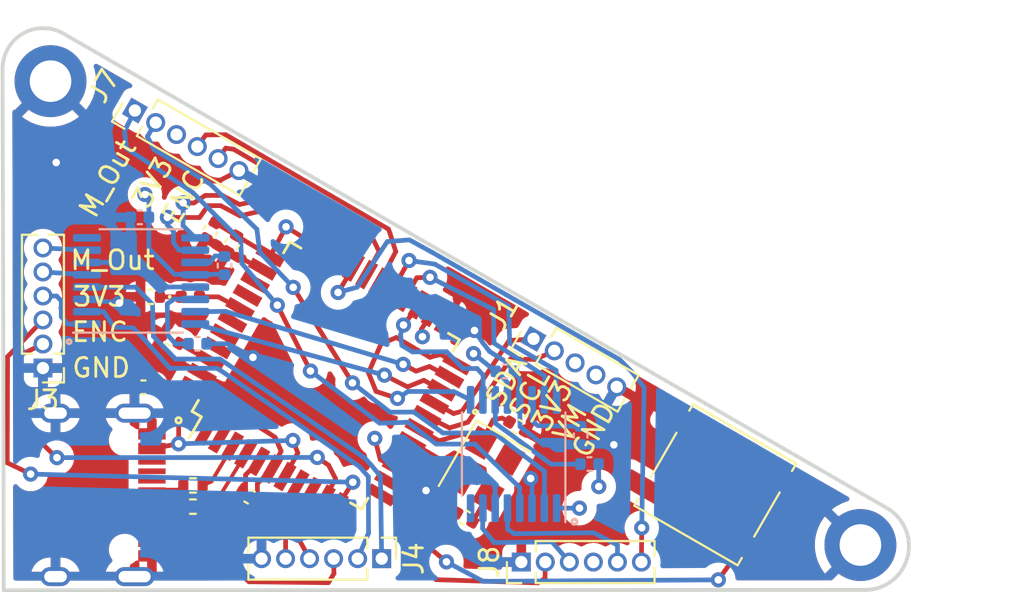
<source format=kicad_pcb>
(kicad_pcb (version 20211014) (generator pcbnew)
  (layers (0 "F.Cu" signal) (1 "In1.Cu" signal) (2 "In2.Cu" signal) (31 "B.Cu" signal) (34 "B.Paste" user) (35 "F.Paste" user) (36 "B.SilkS" user "B.Silkscreen") (37 "F.SilkS" user "F.Silkscreen") (38 "B.Mask" user) (39 "F.Mask" user) (44 "Edge.Cuts" user))
  (net 0 "")
  (net 1 "Net-(C1-Pad1)")
  (net 2 "GND")
  (net 3 "XTAL1")
  (net 4 "+3V3")
  (net 5 "XTAL2")
  (net 6 "MOTOR_SUPPLY")
  (net 7 "Net-(C7-Pad2)")
  (net 8 "Net-(C8-Pad2)")
  (net 9 "Net-(J8-Pad3)")
  (net 10 "Net-(C11-Pad2)")
  (net 11 "Net-(C14-Pad2)")
  (net 12 "SDA")
  (net 13 "SCL")
  (net 14 "/B_ENC_1")
  (net 15 "/B_ENC_2")
  (net 16 "Net-(J3-Pad5)")
  (net 17 "Net-(J3-Pad6)")
  (net 18 "Net-(J4-Pad1)")
  (net 19 "Net-(J4-Pad2)")
  (net 20 "/A_ENC_2")
  (net 21 "/A_ENC_1")
  (net 22 "Net-(J7-Pad1)")
  (net 23 "Net-(J7-Pad2)")
  (net 24 "/C_ENC_2")
  (net 25 "/C_ENC_1")
  (net 26 "/D_ENC_2")
  (net 27 "/D_ENC_1")
  (net 28 "Net-(J8-Pad5)")
  (net 29 "Net-(R1-Pad1)")
  (net 30 "D-")
  (net 31 "Net-(R2-Pad1)")
  (net 32 "D+")
  (net 35 "VBUS")
  (net 36 "RST")
  (net 37 "MOTOR_B2_IN")
  (net 38 "MOTOR_B1_IN")
  (net 39 "MOTOR_D1_IN")
  (net 40 "MOTOR_D2_IN")
  (net 41 "MOTOR_C2_IN")
  (net 42 "MOTOR_C1_IN")
  (net 43 "MOTOR_A2_IN")
  (net 44 "MOTOR_A1_IN")
  (net 58 "Net-(D1-Pad2)")
  (net 62 "Net-(D1-Pad1)")
  (footprint "Resistor_SMD:R_0402_1005Metric" (layer "F.Cu") (at 48.73 101.36)
    (fp_text reference "R2" hide)
    (fp_text value "22")
  )
  (footprint "Package_QFP:TQFP-44_10x10mm_P0.8mm" (layer "F.Cu") (at 55.75 94.43 60)
    (fp_text reference "U1" hide)
    (fp_text value "ATmega32U4-A")
  )
  (footprint "Resistor_SMD:R_0402_1005Metric" (layer "F.Cu") (at 46.47 90.27 180)
    (fp_text reference "R3" hide)
    (fp_text value "220")
  )
  (footprint "Capacitor_SMD:C_0402_1005Metric" (layer "F.Cu") (at 50.8 87.46 -120)
    (fp_text reference "C5" hide)
    (fp_text value "0.1uF")
  )
  (footprint "MountingHole:MountingHole_2.2mm_M2_DIN965_Pad" (layer "F.Cu") (at 84.01 103.39)
    (fp_text reference "H1" hide)
    (fp_text value "MountingHole_Pad" hide)
  )
  (footprint "Crystal:Crystal_SMD_3225-4Pin_3.2x2.5mm" (layer "F.Cu") (at 64.15 99.36 -120)
    (fp_text reference "Y1" hide)
    (fp_text value "Crystal_GND24")
  )
  (footprint "Connector_PinHeader_1.27mm:PinHeader_1x06_P1.27mm_Vertical" (layer "F.Cu") (at 66.085 104.29 90)
    (fp_text reference "J8")
    (fp_text value "Conn_01x06_Male" hide)
  )
  (footprint "LED_SMD:LED_0402_1005Metric" (layer "F.Cu") (at 48.59 90.27)
    (fp_text reference "D1" hide)
    (fp_text value "LED")
  )
  (footprint "Capacitor_SMD:C_0402_1005Metric" (layer "F.Cu") (at 46.11 95.05 180)
    (fp_text reference "C10" hide)
    (fp_text value "0.1uF")
  )
  (footprint "Type-C:HRO-TYPE-C-31-M-12" (layer "F.Cu") (at 38.865 100.74 -90)
    (fp_text reference "USB1" hide)
    (fp_text value "HRO-TYPE-C-31-M-12" hide)
  )
  (footprint "Capacitor_SMD:C_0402_1005Metric" (layer "F.Cu") (at 63.1 101.93 150)
    (fp_text reference "C4" hide)
    (fp_text value "12pF")
  )
  (footprint "Resistor_SMD:R_0402_1005Metric" (layer "F.Cu") (at 48.73 100.24)
    (fp_text reference "R1" hide)
    (fp_text value "22")
  )
  (footprint "Capacitor_SMD:C_0402_1005Metric" (layer "F.Cu") (at 49.66 86.77 -120)
    (fp_text reference "C6" hide)
    (fp_text value "0.1uF")
  )
  (footprint "Capacitor_SMD:C_0402_1005Metric" (layer "F.Cu") (at 47.58 92.49 150)
    (fp_text reference "C1" hide)
    (fp_text value "1uF")
  )
  (footprint "Connector_PinHeader_1.27mm:PinHeader_1x06_P1.27mm_Vertical" (layer "F.Cu") (at 40.8 94.035 180)
    (fp_text reference "J3")
    (fp_text value "Conn_01x06_Male" hide)
  )
  (footprint "Capacitor_SMD:C_0402_1005Metric" (layer "F.Cu") (at 51.72 100.83 150)
    (fp_text reference "C3" hide)
    (fp_text value "1uF")
  )
  (footprint "Connector_PinHeader_1.27mm:PinHeader_1x06_P1.27mm_Vertical" (layer "F.Cu") (at 45.660369 80.4225 60)
    (fp_text reference "J7")
    (fp_text value "Conn_01x06_Male" hide)
  )
  (footprint "Connector_PinHeader_1.27mm:PinHeader_1x05_P1.27mm_Vertical" (layer "F.Cu") (at 66.73 92.49 60)
    (fp_text reference "J1")
    (fp_text value "Conn_01x05_Female" hide)
  )
  (footprint "Capacitor_SMD:C_0402_1005Metric" (layer "F.Cu") (at 65.88 97.13 -30)
    (fp_text reference "C2" hide)
    (fp_text value "12pF")
  )
  (footprint "Connector_PinHeader_1.27mm:PinHeader_1x06_P1.27mm_Vertical" (layer "F.Cu") (at 58.705 104.11 -90)
    (fp_text reference "J4")
    (fp_text value "Conn_01x06_Male" hide)
  )
  (footprint "MountingHole:MountingHole_2.2mm_M2_DIN965_Pad" (layer "F.Cu") (at 41.2 78.87)
    (fp_text reference "H2" hide)
    (fp_text value "MountingHole_Pad" hide)
  )
  (footprint "Button_Switch_SMD:SW_SPST_EVPBF" (layer "F.Cu") (at 76.34 100.2 150)
    (fp_text reference "SW1" hide)
    (fp_text value "SW_Push" hide)
  )
  (footprint "Capacitor_SMD:C_0402_1005Metric" (layer "B.Cu") (at 65.21 94.21)
    (fp_text reference "C15" hide)
    (fp_text value "10uF")
  )
  (footprint "Capacitor_SMD:C_0402_1005Metric" (layer "B.Cu") (at 69.22 97.6 90)
    (fp_text reference "C14" hide)
    (fp_text value "2.2uF")
  )
  (footprint "Capacitor_SMD:C_0402_1005Metric" (layer "B.Cu") (at 48.97 92.75 180)
    (fp_text reference "C8" hide)
    (fp_text value "2.2uF")
  )
  (footprint "Capacitor_SMD:C_0402_1005Metric" (layer "B.Cu") (at 50.4 88.62 90)
    (fp_text reference "C7" hide)
    (fp_text value "0.1uF")
  )
  (footprint "Package_SO:TSSOP-16_4.4x5mm_P0.65mm" (layer "B.Cu") (at 45.99 89.43)
    (fp_text reference "U2" hide)
    (fp_text value "DRV8833PW")
  )
  (footprint "Package_SO:TSSOP-16_4.4x5mm_P0.65mm" (layer "B.Cu") (at 65.68 98.58 90)
    (fp_text reference "U4" hide)
    (fp_text value "DRV8833PW")
  )
  (footprint "Capacitor_SMD:C_0402_1005Metric" (layer "B.Cu") (at 45.92 86.07 180)
    (fp_text reference "C9" hide)
    (fp_text value "10uF")
  )
  (footprint "Capacitor_SMD:C_0402_1005Metric" (layer "B.Cu") (at 69.69 99.11 180)
    (fp_text reference "C11" hide)
    (fp_text value "0.1uF")
  )
  (gr_circle (center 68.89 102.16) (end 68.99 102.25) (layer "B.SilkS") (width 0.15) (fill none))
  (gr_circle (center 42.18 92.64) (end 42.25 92.72) (layer "B.SilkS") (width 0.15) (fill none))
  (gr_circle (center 47.97 96.8) (end 48.08 96.89) (layer "F.SilkS") (width 0.15) (fill none))
  (gr_circle (center 63.65 96.35) (end 63.74 96.39) (layer "F.SilkS") (width 0.15) (fill none))
  (gr_arc (start 38.67 78.11) (mid 39.797067 76.322125) (end 41.91 76.37) (layer "Edge.Cuts") (width 0.2))
  (gr_line (start 38.730501 105.78) (end 38.67 78.11) (layer "Edge.Cuts") (width 0.2))
  (gr_arc (start 85.45 101.46) (mid 86.47322 104.126709) (end 84.13 105.76) (layer "Edge.Cuts") (width 0.2))
  (gr_line (start 38.730501 105.78) (end 84.13 105.76) (layer "Edge.Cuts") (width 0.2))
  (gr_line (start 41.91 76.37) (end 85.45 101.46) (layer "Edge.Cuts") (width 0.2))
  (gr_text "VM" (at 68.67 96.93 60) (layer "F.SilkS") (effects (font (size 1 1))))
  (gr_text "M_Out\n" (at 44.22 84.01 60) (layer "F.SilkS") (effects (font (size 1 1))))
  (gr_text "M_Out\n" (at 44.48 88.33) (layer "F.SilkS") (effects (font (size 1 1))))
  (gr_text "GND" (at 43.88 94.02) (layer "F.SilkS") (effects (font (size 1 1))))
  (gr_text "3V3" (at 46.61 84.23 60) (layer "F.SilkS") (effects (font (size 1 1))))
  (gr_text "GND" (at 69.92 97.31 60) (layer "F.SilkS") (effects (font (size 1 1))))
  (gr_text "SCL" (at 66.51 95.38 60) (layer "F.SilkS") (effects (font (size 1 1))))
  (gr_text "ENC" (at 48.23 85 60) (layer "F.SilkS") (effects (font (size 1 1))))
  (gr_text "SDA" (at 65.29 94.72 60) (layer "F.SilkS") (effects (font (size 1 1))))
  (gr_text "3V3" (at 67.73 96.04 60) (layer "F.SilkS") (effects (font (size 1 1))))
  (gr_text "ENC" (at 43.81 92.13) (layer "F.SilkS") (effects (font (size 1 1))))
  (gr_text "3V3" (at 43.79 90.26) (layer "F.SilkS") (effects (font (size 1 1))))
  (segment (start 49.613655 93.658461) (end 47.995692 92.73) (width 0.25) (layer "F.Cu") (net 1))
  (segment (start 47.164308 92.25) (end 46.85 92.73) (width 0.25) (layer "F.Cu") (net 2))
  (segment (start 50.56 87.875692) (end 52.413655 88.808719) (width 0.25) (layer "F.Cu") (net 2))
  (segment (start 46.98 93.1) (end 49.213655 94.351281) (width 0.25) (layer "F.Cu") (net 2))
  (segment (start 61.11 99.46) (end 61.05 100.51) (width 0.25) (layer "F.Cu") (net 2))
  (segment (start 59.886345 98.665641) (end 61.11 99.46) (width 0.25) (layer "F.Cu") (net 2))
  (segment (start 46.85 92.73) (end 46.98 93.1) (width 0.25) (layer "F.Cu") (net 2))
  (segment (start 51.304308 100.59) (end 51.511936 100.382372) (width 0.25) (layer "F.Cu") (net 2))
  (segment (start 49.42 87.185692) (end 50.56 87.875692) (width 0.25) (layer "F.Cu") (net 2))
  (segment (start 51.511936 100.382372) (end 51.511936 99.677884) (width 0.25) (layer "F.Cu") (net 2))
  (segment (start 51.511936 99.677884) (end 52.20718 98.98264) (width 0.25) (layer "F.Cu") (net 2))
  (segment (start 50.13 84.13) (end 51.15963 83.5975) (width 0.25) (layer "F.Cu") (net 2))
  (segment (start 50.43 94.95) (end 49.213655 94.351281) (width 0.25) (layer "F.Cu") (net 2))
  (segment (start 52.20718 98.98264) (end 52.20718 98.966345) (width 0.25) (layer "F.Cu") (net 2))
  (via (at 61.05 100.51) (size 0.8) (drill 0.4) (layers "F.Cu" "B.Cu") (net 2))
  (via (at 63.61 92.05) (size 0.8) (drill 0.4) (layers "F.Cu" "B.Cu") (net 2))
  (via (at 70.98 98.09) (size 0.8) (drill 0.4) (layers "F.Cu" "B.Cu") (net 2))
  (via (at 41.5 83.17) (size 0.8) (drill 0.4) (layers "F.Cu" "B.Cu") (net 2))
  (via (at 51.9 93.47) (size 0.8) (drill 0.4) (layers "F.Cu" "B.Cu") (net 2))
  (via (at 66.58 99.87) (size 0.8) (drill 0.4) (layers "F.Cu" "B.Cu") (net 2))
  (via (at 44.84 90.6) (size 0.8) (drill 0.4) (layers "F.Cu" "B.Cu") (net 2))
  (segment (start 67.12 97.98) (end 67.27 98.1) (width 0.25) (layer "B.Cu") (net 2))
  (segment (start 65.7 94.13) (end 66.01 94.62) (width 0.25) (layer "B.Cu") (net 2))
  (segment (start 49.45 92.75) (end 50.56 92.75) (width 0.25) (layer "B.Cu") (net 2))
  (segment (start 66.02 97.13) (end 67.12 97.98) (width 0.25) (layer "B.Cu") (net 2))
  (segment (start 43.1275 88.455) (end 44.47 88.45) (width 0.25) (layer "B.Cu") (net 2))
  (segment (start 50.56 92.75) (end 51.9 93.47) (width 0.25) (layer "B.Cu") (net 2))
  (segment (start 66.58 99.87) (end 66.655 99.945) (width 0.25) (layer "B.Cu") (net 2))
  (segment (start 66.655 99.945) (end 66.655 101.4425) (width 0.25) (layer "B.Cu") (net 2))
  (segment (start 64.41 93.16) (end 64.05 92.7) (width 0.25) (layer "B.Cu") (net 2))
  (segment (start 66.005 95.7175) (end 66.02 97.13) (width 0.25) (layer "B.Cu") (net 2))
  (segment (start 43.1275 90.405) (end 44.84 90.6) (width 0.25) (layer "B.Cu") (net 2))
  (segment (start 66.01 94.62) (end 66.005 95.7175) (width 0.25) (layer "B.Cu") (net 2))
  (segment (start 48.8525 89.755) (end 47.64 89.75) (width 0.25) (layer "B.Cu") (net 2))
  (segment (start 67.27 98.1) (end 69.22 98.08) (width 0.25) (layer "B.Cu") (net 2))
  (segment (start 64.705 101.4425) (end 64.69 100.18) (width 0.25) (layer "B.Cu") (net 2))
  (segment (start 65.32 93.73) (end 64.41 93.16) (width 0.25) (layer "B.Cu") (net 2))
  (segment (start 65.69 94.21) (end 65.32 93.73) (width 0.25) (layer "B.Cu") (net 2))
  (segment (start 64.05 92.7) (end 63.61 92.05) (width 0.25) (layer "B.Cu") (net 2))
  (segment (start 69.22 98.08) (end 70.98 98.09) (width 0.25) (layer "B.Cu") (net 2))
  (segment (start 47.64 89.75) (end 47.15 89.75) (width 0.25) (layer "B.Cu") (net 2))
  (segment (start 60.686345 97.28) (end 61.74 97.88) (width 0.25) (layer "F.Cu") (net 3))
  (segment (start 65.07 96.68) (end 64.6 96.77) (width 0.25) (layer "F.Cu") (net 3))
  (segment (start 64.6 96.77) (end 63.963878 97.982372) (width 0.25) (layer "F.Cu") (net 3))
  (segment (start 65.07 96.68) (end 65.464308 96.89) (width 0.25) (layer "F.Cu") (net 3))
  (segment (start 63.05 97.51) (end 63.963878 97.982372) (width 0.25) (layer "F.Cu") (net 3))
  (segment (start 61.74 97.88) (end 63.05 97.51) (width 0.25) (layer "F.Cu") (net 3))
  (segment (start 48.813655 95.044102) (end 52.73 97.47) (width 0.25) (layer "F.Cu") (net 4))
  (segment (start 58.63 98.87) (end 58.34 97.75) (width 0.25) (layer "F.Cu") (net 4))
  (segment (start 51.13 104.83) (end 50.77 103.4) (width 0.25) (layer "F.Cu") (net 4))
  (segment (start 52.135692 100.146949) (end 52.908148 99.374493) (width 0.25) (layer "F.Cu") (net 4))
  (segment (start 60.8 91.99) (end 60.86 92.38) (width 0.25) (layer "F.Cu") (net 4))
  (segment (start 51.69 105.33) (end 51.13 104.83) (width 0.25) (layer "F.Cu") (net 4))
  (segment (start 53.08 97.7) (end 53.39 98.43) (width 0.25) (layer "F.Cu") (net 4))
  (segment (start 52.135692 101.07) (end 52.135692 100.146949) (width 0.25) (layer "F.Cu") (net 4))
  (segment (start 52.73 97.47) (end 53.08 97.7) (width 0.25) (layer "F.Cu") (net 4))
  (segment (start 56.165 104.11) (end 56.18 104.9) (width 0.25) (layer "F.Cu") (net 4))
  (segment (start 50.77 103.4) (end 52.135692 101.07) (width 0.25) (layer "F.Cu") (net 4))
  (segment (start 56.18 104.9) (end 55.89 105.38) (width 0.25) (layer "F.Cu") (net 4))
  (segment (start 51.04 87.044308) (end 52.813655 88.115898) (width 0.25) (layer "F.Cu") (net 4))
  (segment (start 55.135898 87.493655) (end 53.65 86.57) (width 0.25) (layer "F.Cu") (net 4))
  (segment (start 55.89 105.38) (end 51.69 105.33) (width 0.25) (layer "F.Cu") (net 4))
  (segment (start 52.813655 88.115898) (end 53.65 86.57) (width 0.25) (layer "F.Cu") (net 4))
  (segment (start 61.371281 91.093655) (end 60.8 91.99) (width 0.25) (layer "F.Cu") (net 4))
  (segment (start 59.486345 99.358461) (end 58.63 98.87) (width 0.25) (layer "F.Cu") (net 4))
  (segment (start 49.9 86.354308) (end 51.04 87.044308) (width 0.25) (layer "F.Cu") (net 4))
  (segment (start 53.39 98.43) (end 52.9 99.366345) (width 0.25) (layer "F.Cu") (net 4))
  (via (at 58.34 97.75) (size 0.8) (drill 0.4) (layers "F.Cu" "B.Cu") (net 4))
  (via (at 53.65 86.57) (size 0.8) (drill 0.4) (layers "F.Cu" "B.Cu") (net 4))
  (via (at 69.16 101.44) (size 0.8) (drill 0.4) (layers "F.Cu" "B.Cu") (net 4))
  (via (at 60.86 92.38) (size 0.8) (drill 0.4) (layers "F.Cu" "B.Cu") (net 4))
  (segment (start 41.77 91.32) (end 42.11 91.71) (width 0.25) (layer "B.Cu") (net 4))
  (segment (start 67.955 101.4425) (end 69.16 101.44) (width 0.25) (layer "B.Cu") (net 4))
  (segment (start 41.53 90.23) (end 41.77 90.49) (width 0.25) (layer "B.Cu") (net 4))
  (segment (start 42.11 91.71) (end 43.1275 91.705) (width 0.25) (layer "B.Cu") (net 4))
  (segment (start 40.8 90.225) (end 41.53 90.23) (width 0.25) (layer "B.Cu") (net 4))
  (segment (start 41.77 90.49) (end 41.77 91.32) (width 0.25) (layer "B.Cu") (net 4))
  (segment (start 63.515692 102.17) (end 64.336122 100.737628) (width 0.25) (layer "F.Cu") (net 5))
  (segment (start 64.12 99.37) (end 64.336122 100.737628) (width 0.25) (layer "F.Cu") (net 5))
  (segment (start 61.89 98.92) (end 62.54 98.52) (width 0.25) (layer "F.Cu") (net 5))
  (segment (start 60.286345 97.97282) (end 61.89 98.92) (width 0.25) (layer "F.Cu") (net 5))
  (segment (start 62.54 98.52) (end 64.12 99.37) (width 0.25) (layer "F.Cu") (net 5))
  (via (at 46.19 84.86) (size 0.8) (drill 0.4) (layers "F.Cu" "B.Cu") (net 6))
  (via (at 63.56 93.27) (size 0.8) (drill 0.4) (layers "F.Cu" "B.Cu") (net 6))
  (via (at 70.18 100.3) (size 0.8) (drill 0.4) (layers "F.Cu" "B.Cu") (net 6))
  (segment (start 65.34 94.79) (end 65.355 95.7175) (width 0.25) (layer "B.Cu") (net 6))
  (segment (start 70.17 99.11) (end 70.18 100.3) (width 0.25) (layer "B.Cu") (net 6))
  (segment (start 46.19 84.86) (end 46.4 85.07) (width 0.25) (layer "B.Cu") (net 6))
  (segment (start 64.74 94.13) (end 65.34 94.79) (width 0.25) (layer "B.Cu") (net 6))
  (segment (start 46.4 87.72) (end 46.4 86.07) (width 0.25) (layer "B.Cu") (net 6))
  (segment (start 48.8525 89.105) (end 47.76 89.08) (width 0.25) (layer "B.Cu") (net 6))
  (segment (start 46.4 85.07) (end 46.4 86.07) (width 0.25) (layer "B.Cu") (net 6))
  (segment (start 47.76 89.08) (end 46.4 87.72) (width 0.25) (layer "B.Cu") (net 6))
  (segment (start 64.73 94.21) (end 63.56 93.27) (width 0.25) (layer "B.Cu") (net 6))
  (segment (start 48.8525 89.105) (end 50.36 89.07) (width 0.25) (layer "B.Cu") (net 6))
  (segment (start 49.89 88.11) (end 50.36 88.11) (width 0.25) (layer "B.Cu") (net 7))
  (segment (start 48.8525 88.455) (end 49.61 88.47) (width 0.25) (layer "B.Cu") (net 7))
  (segment (start 49.61 88.47) (end 49.89 88.11) (width 0.25) (layer "B.Cu") (net 7))
  (segment (start 47.4 92.3) (end 47.81 92.76) (width 0.25) (layer "B.Cu") (net 8))
  (segment (start 48.8525 90.405) (end 47.74 90.39) (width 0.25) (layer "B.Cu") (net 8))
  (segment (start 47.81 92.76) (end 48.49 92.75) (width 0.25) (layer "B.Cu") (net 8))
  (segment (start 47.74 90.39) (end 47.37 90.64) (width 0.25) (layer "B.Cu") (net 8))
  (segment (start 47.37 90.64) (end 47.4 92.3) (width 0.25) (layer "B.Cu") (net 8))
  (segment (start 64.04 102.52) (end 64.66 103.26) (width 0.25) (layer "B.Cu") (net 9))
  (segment (start 64.66 103.26) (end 67.71 103.22) (width 0.25) (layer "B.Cu") (net 9))
  (segment (start 67.71 103.22) (end 68.625 104.29) (width 0.25) (layer "B.Cu") (net 9))
  (segment (start 64.055 101.4425) (end 64.04 102.52) (width 0.25) (layer "B.Cu") (net 9))
  (segment (start 64.705 95.7175) (end 64.72 96.96) (width 0.25) (layer "B.Cu") (net 10))
  (segment (start 64.72 96.96) (end 67.67 99.12) (width 0.25) (layer "B.Cu") (net 10))
  (segment (start 67.67 99.12) (end 69.21 99.11) (width 0.25) (layer "B.Cu") (net 10))
  (segment (start 66.655 95.7175) (end 66.65 96.82) (width 0.25) (layer "B.Cu") (net 11))
  (segment (start 66.96 97.08) (end 69.22 97.12) (width 0.25) (layer "B.Cu") (net 11))
  (segment (start 66.65 96.82) (end 66.96 97.08) (width 0.25) (layer "B.Cu") (net 11))
  (segment (start 61.486345 95.894359) (end 62.51 96.44) (width 0.25) (layer "F.Cu") (net 12))
  (segment (start 62.96 96.31) (end 65.44 92.58) (width 0.25) (layer "F.Cu") (net 12))
  (segment (start 62.51 96.44) (end 62.96 96.31) (width 0.25) (layer "F.Cu") (net 12))
  (segment (start 65.44 92.58) (end 66.73 92.49) (width 0.25) (layer "F.Cu") (net 12))
  (segment (start 66.82 93.58) (end 67.829852 93.125) (width 0.25) (layer "F.Cu") (net 13))
  (segment (start 62.29 97.2) (end 63.26 96.9) (width 0.25) (layer "F.Cu") (net 13))
  (segment (start 61.086345 96.58718) (end 62.29 97.2) (width 0.25) (layer "F.Cu") (net 13))
  (segment (start 65.52 93.55) (end 66.82 93.58) (width 0.25) (layer "F.Cu") (net 13))
  (segment (start 63.26 96.9) (end 65.52 93.55) (width 0.25) (layer "F.Cu") (net 13))
  (segment (start 39.39 96.65) (end 39.39 93.71) (width 0.25) (layer "F.Cu") (net 14))
  (segment (start 55.9 99.17) (end 56.27 99.89) (width 0.25) (layer "F.Cu") (net 14))
  (segment (start 41.54 98.77) (end 41.51 98.77) (width 0.25) (layer "F.Cu") (net 14))
  (segment (start 56.27 99.89) (end 55.671281 100.966345) (width 0.25) (layer "F.Cu") (net 14))
  (segment (start 39.74 93.28) (end 40.8 92.765) (width 0.25) (layer "F.Cu") (net 14))
  (segment (start 55.3 98.76) (end 55.9 99.17) (width 0.25) (layer "F.Cu") (net 14))
  (segment (start 41.51 98.77) (end 39.39 96.65) (width 0.25) (layer "F.Cu") (net 14))
  (segment (start 39.39 93.71) (end 39.74 93.28) (width 0.25) (layer "F.Cu") (net 14))
  (via (at 41.54 98.77) (size 0.8) (drill 0.4) (layers "F.Cu" "B.Cu") (net 14))
  (via (at 55.3 98.76) (size 0.8) (drill 0.4) (layers "F.Cu" "B.Cu") (net 14))
  (segment (start 41.54 98.77) (end 55.3 98.76) (width 0.25) (layer "B.Cu") (net 14))
  (segment (start 56.364102 101.366345) (end 57.18 100.07) (width 0.25) (layer "F.Cu") (net 15))
  (segment (start 40.8 91.495) (end 39.04 93.32) (width 0.25) (layer "F.Cu") (net 15))
  (segment (start 40.15 99.64) (end 38.91 99.04) (width 0.25) (layer "F.Cu") (net 15))
  (segment (start 39.04 93.32) (end 38.93 93.43) (width 0.25) (layer "F.Cu") (net 15))
  (segment (start 38.93 93.43) (end 38.91 99.04) (width 0.25) (layer "F.Cu") (net 15))
  (via (at 57.18 100.07) (size 0.8) (drill 0.4) (layers "F.Cu" "B.Cu") (net 15))
  (via (at 40.15 99.64) (size 0.8) (drill 0.4) (layers "F.Cu" "B.Cu") (net 15))
  (segment (start 57.18 100.07) (end 40.15 99.64) (width 0.25) (layer "B.Cu") (net 15))
  (segment (start 40.8 88.955) (end 43.1275 89.105) (width 0.25) (layer "B.Cu") (net 16))
  (segment (start 40.8 87.685) (end 43.1275 87.805) (width 0.25) (layer "B.Cu") (net 17))
  (segment (start 45.71 89.76) (end 43.1275 89.755) (width 0.25) (layer "B.Cu") (net 18))
  (segment (start 57.82 98.8) (end 50.16 93.56) (width 0.25) (layer "B.Cu") (net 18))
  (segment (start 58.705 104.11) (end 58.64 99.75) (width 0.25) (layer "B.Cu") (net 18))
  (segment (start 47.81 93.56) (end 46.64 92.36) (width 0.25) (layer "B.Cu") (net 18))
  (segment (start 58.64 99.75) (end 58.14 99.15) (width 0.25) (layer "B.Cu") (net 18))
  (segment (start 58.14 99.15) (end 57.82 98.8) (width 0.25) (layer "B.Cu") (net 18))
  (segment (start 50.16 93.56) (end 47.81 93.56) (width 0.25) (layer "B.Cu") (net 18))
  (segment (start 46.59 90.67) (end 45.71 89.76) (width 0.25) (layer "B.Cu") (net 18))
  (segment (start 46.64 92.36) (end 46.59 90.67) (width 0.25) (layer "B.Cu") (net 18))
  (segment (start 58.01 102.76) (end 58 99.78) (width 0.25) (layer "B.Cu") (net 19))
  (segment (start 44.56 91.87) (end 44.01 91.05) (width 0.25) (layer "B.Cu") (net 19))
  (segment (start 47.53 94.05) (end 50.03 94.05) (width 0.25) (layer "B.Cu") (net 19))
  (segment (start 45.57 91.91) (end 44.56 91.87) (width 0.25) (layer "B.Cu") (net 19))
  (segment (start 57.435 104.11) (end 58.01 102.76) (width 0.25) (layer "B.Cu") (net 19))
  (segment (start 47.4 93.92) (end 47.53 94.05) (width 0.25) (layer "B.Cu") (net 19))
  (segment (start 46.11 92.47) (end 45.57 91.91) (width 0.25) (layer "B.Cu") (net 19))
  (segment (start 50.03 94.05) (end 57.54 99.25) (width 0.25) (layer "B.Cu") (net 19))
  (segment (start 46.11 92.47) (end 47.4 93.92) (width 0.25) (layer "B.Cu") (net 19))
  (segment (start 58 99.78) (end 57.54 99.25) (width 0.25) (layer "B.Cu") (net 19))
  (segment (start 44.01 91.05) (end 43.1275 91.055) (width 0.25) (layer "B.Cu") (net 19))
  (segment (start 54.978461 100.566345) (end 54.26 101.67) (width 0.25) (layer "F.Cu") (net 20))
  (segment (start 54.26 101.67) (end 54.25 102.95) (width 0.25) (layer "F.Cu") (net 20))
  (segment (start 54.25 102.95) (end 54.895 104.11) (width 0.25) (layer "F.Cu") (net 20))
  (segment (start 53.63 101.63) (end 53.625 104.11) (width 0.25) (layer "F.Cu") (net 21))
  (segment (start 54.285641 100.166345) (end 53.63 101.63) (width 0.25) (layer "F.Cu") (net 21))
  (segment (start 54.94 94.19) (end 53.19 90.71) (width 0.25) (layer "F.Cu") (net 22))
  (via (at 53.19 90.71) (size 0.8) (drill 0.4) (layers "F.Cu" "B.Cu") (net 22))
  (via (at 54.94 94.19) (size 0.8) (drill 0.4) (layers "F.Cu" "B.Cu") (net 22))
  (segment (start 58.6 96.95) (end 54.94 94.19) (width 0.25) (layer "B.Cu") (net 22))
  (segment (start 60.09 96.9) (end 58.6 96.95) (width 0.25) (layer "B.Cu") (net 22))
  (segment (start 45.3 81.13) (end 45.660369 80.4225) (width 0.25) (layer "B.Cu") (net 22))
  (segment (start 51.31 88.5) (end 51.25 87.29) (width 0.25) (layer "B.Cu") (net 22))
  (segment (start 48.7 84.74) (end 45.22 82.42) (width 0.25) (layer "B.Cu") (net 22))
  (segment (start 45.22 82.42) (end 45.11 81.52) (width 0.25) (layer "B.Cu") (net 22))
  (segment (start 53.19 90.71) (end 51.31 88.5) (width 0.25) (layer "B.Cu") (net 22))
  (segment (start 45.3 81.13) (end 45.11 81.52) (width 0.25) (layer "B.Cu") (net 22))
  (segment (start 65.99 100.34) (end 63.641786 98.058214) (width 0.25) (layer "B.Cu") (net 22))
  (segment (start 61.58 98.05) (end 60.09 96.9) (width 0.25) (layer "B.Cu") (net 22))
  (segment (start 63.641786 98.058214) (end 61.58 98.05) (width 0.25) (layer "B.Cu") (net 22))
  (segment (start 51.25 87.29) (end 48.7 84.74) (width 0.25) (layer "B.Cu") (net 22))
  (segment (start 66.005 101.4425) (end 65.99 100.34) (width 0.25) (layer "B.Cu") (net 22))
  (segment (start 57.16 94.82) (end 54.03 89.77) (width 0.25) (layer "F.Cu") (net 23))
  (via (at 54.03 89.77) (size 0.8) (drill 0.4) (layers "F.Cu" "B.Cu") (net 23))
  (via (at 57.16 94.82) (size 0.8) (drill 0.4) (layers "F.Cu" "B.Cu") (net 23))
  (segment (start 49.63 84.3) (end 46.68 82.49) (width 0.25) (layer "B.Cu") (net 23))
  (segment (start 67.31 99.93) (end 67.31 99.49) (width 0.25) (layer "B.Cu") (net 23))
  (segment (start 59.15 96.37) (end 57.16 94.82) (width 0.25) (layer "B.Cu") (net 23))
  (segment (start 46.68 82.49) (end 46.32 81.8) (width 0.25) (layer "B.Cu") (net 23))
  (segment (start 67.31 99.49) (end 64.62 97.45) (width 0.25) (layer "B.Cu") (net 23))
  (segment (start 61.95 97.47) (end 60.4 96.36) (width 0.25) (layer "B.Cu") (net 23))
  (segment (start 46.32 81.8) (end 46.760221 81.0575) (width 0.25) (layer "B.Cu") (net 23))
  (segment (start 60.4 96.36) (end 59.15 96.37) (width 0.25) (layer "B.Cu") (net 23))
  (segment (start 64.43 97.46) (end 61.95 97.47) (width 0.25) (layer "B.Cu") (net 23))
  (segment (start 67.305 101.4425) (end 67.31 99.93) (width 0.25) (layer "B.Cu") (net 23))
  (segment (start 52.11 86.7) (end 49.63 84.3) (width 0.25) (layer "B.Cu") (net 23))
  (segment (start 64.62 97.45) (end 64.43 97.46) (width 0.25) (layer "B.Cu") (net 23))
  (segment (start 54.03 89.77) (end 52.26 87.91) (width 0.25) (layer "B.Cu") (net 23))
  (segment (start 52.26 87.91) (end 52.11 86.7) (width 0.25) (layer "B.Cu") (net 23))
  (segment (start 49.41 81.71) (end 48.959926 82.3275) (width 0.25) (layer "F.Cu") (net 24))
  (segment (start 59.45 87.88) (end 58.6 89.493655) (width 0.25) (layer "F.Cu") (net 24))
  (segment (start 59.14 86.9) (end 59.45 87.88) (width 0.25) (layer "F.Cu") (net 24))
  (segment (start 50.46 81.7) (end 49.41 81.71) (width 0.25) (layer "F.Cu") (net 24))
  (segment (start 59.06 86.69) (end 50.46 81.7) (width 0.25) (layer "F.Cu") (net 24))
  (segment (start 59.14 86.9) (end 59.06 86.69) (width 0.25) (layer "F.Cu") (net 24))
  (segment (start 58.11 86.93) (end 58 86.75) (width 0.25) (layer "F.Cu") (net 25))
  (segment (start 50.88 82.47) (end 50.46 82.41) (width 0.25) (layer "F.Cu") (net 25))
  (segment (start 57.89 86.55) (end 50.88 82.47) (width 0.25) (layer "F.Cu") (net 25))
  (segment (start 58.11 86.93) (end 58.57 87.88) (width 0.25) (layer "F.Cu") (net 25))
  (segment (start 58.57 87.88) (end 57.90718 89.093655) (width 0.25) (layer "F.Cu") (net 25))
  (segment (start 50.46 82.41) (end 50.059778 82.9625) (width 0.25) (layer "F.Cu") (net 25))
  (segment (start 58 86.75) (end 57.89 86.55) (width 0.25) (layer "F.Cu") (net 25))
  (segment (start 61.58 105.22) (end 60.28 104.18) (width 0.25) (layer "F.Cu") (net 26))
  (segment (start 66.97 105.39) (end 61.58 105.22) (width 0.25) (layer "F.Cu") (net 26))
  (segment (start 60.29 102.14) (end 60.03 101.56) (width 0.25) (layer "F.Cu") (net 26))
  (segment (start 67.355 104.29) (end 67.34 105.15) (width 0.25) (layer "F.Cu") (net 26))
  (segment (start 60.03 101.56) (end 58.686345 100.744102) (width 0.25) (layer "F.Cu") (net 26))
  (segment (start 67.34 105.15) (end 66.97 105.39) (width 0.25) (layer "F.Cu") (net 26))
  (segment (start 60.28 104.18) (end 60.29 102.14) (width 0.25) (layer "F.Cu") (net 26))
  (segment (start 56.4 90.04) (end 57.214359 88.693655) (width 0.25) (layer "F.Cu") (net 27))
  (segment (start 72.435 104.29) (end 72.45 102.48) (width 0.25) (layer "F.Cu") (net 27))
  (via (at 56.4 90.04) (size 0.8) (drill 0.4) (layers "F.Cu" "B.Cu") (net 27))
  (via (at 72.45 102.48) (size 0.8) (drill 0.4) (layers "F.Cu" "B.Cu") (net 27))
  (segment (start 59 87.35) (end 57.41 89.76) (width 0.25) (layer "B.Cu") (net 27))
  (segment (start 72.45 102.48) (end 72.58 95.06) (width 0.25) (layer "B.Cu") (net 27))
  (segment (start 71.92 94.23) (end 71.3 93.6) (width 0.25) (layer "B.Cu") (net 27))
  (segment (start 57.41 89.76) (end 56.4 90.04) (width 0.25) (layer "B.Cu") (net 27))
  (segment (start 60.17 87.26) (end 59 87.35) (width 0.25) (layer "B.Cu") (net 27))
  (segment (start 71.3 93.6) (end 61.34 87.9) (width 0.25) (layer "B.Cu") (net 27))
  (segment (start 72.58 95.06) (end 71.92 94.23) (width 0.25) (layer "B.Cu") (net 27))
  (segment (start 61.34 87.9) (end 60.17 87.26) (width 0.25) (layer "B.Cu") (net 27))
  (segment (start 65.36 102.55) (end 65.7 102.79) (width 0.25) (layer "B.Cu") (net 28))
  (segment (start 71.17 103.39) (end 71.165 104.29) (width 0.25) (layer "B.Cu") (net 28))
  (segment (start 65.7 102.79) (end 69.91 102.74) (width 0.25) (layer "B.Cu") (net 28))
  (segment (start 65.355 101.4425) (end 65.36 102.55) (width 0.25) (layer "B.Cu") (net 28))
  (segment (start 69.91 102.74) (end 71.17 103.39) (width 0.25) (layer "B.Cu") (net 28))
  (segment (start 46.56 100.49) (end 47.97 100.49) (width 0.25) (layer "F.Cu") (net 29))
  (segment (start 47.97 100.49) (end 48.22 100.24) (width 0.25) (layer "F.Cu") (net 29))
  (segment (start 49.71 100.03) (end 50.821539 98.166345) (width 0.2) (layer "F.Cu") (net 30))
  (segment (start 49.71 100.03) (end 49.24 100.24) (width 0.2) (layer "F.Cu") (net 30))
  (segment (start 47.85 100.99) (end 48.22 101.36) (width 0.25) (layer "F.Cu") (net 31))
  (segment (start 46.56 100.99) (end 47.85 100.99) (width 0.25) (layer "F.Cu") (net 31))
  (segment (start 50.22 100.68) (end 51.514359 98.566345) (width 0.2) (layer "F.Cu") (net 32))
  (segment (start 49.24 101.36) (end 50.22 100.68) (width 0.2) (layer "F.Cu") (net 32))
  (segment (start 46.59 95.05) (end 47.98 96.16) (width 0.25) (layer "F.Cu") (net 35))
  (segment (start 47.97 98.04) (end 47.98 96.16) (width 0.25) (layer "F.Cu") (net 35))
  (segment (start 54.01 97.86) (end 54.27 98.52) (width 0.25) (layer "F.Cu") (net 35))
  (segment (start 54.27 98.52) (end 53.59282 99.766345) (width 0.25) (layer "F.Cu") (net 35))
  (segment (start 46.56 98.29) (end 47.97 98.04) (width 0.25) (layer "F.Cu") (net 35))
  (via (at 54.01 97.86) (size 0.8) (drill 0.4) (layers "F.Cu" "B.Cu") (net 35))
  (via (at 47.97 98.04) (size 0.8) (drill 0.4) (layers "F.Cu" "B.Cu") (net 35))
  (segment (start 47.97 98.04) (end 54.01 97.86) (width 0.25) (layer "B.Cu") (net 35))
  (segment (start 77.834153 103.372051) (end 72.845847 100.492051) (width 0.25) (layer "F.Cu") (net 36))
  (segment (start 61.1 102.44) (end 61.07 103.39) (width 0.25) (layer "F.Cu") (net 36))
  (segment (start 59.086345 100.051281) (end 60.53 101.09) (width 0.25) (layer "F.Cu") (net 36))
  (segment (start 61.07 103.39) (end 62.13 104.28) (width 0.25) (layer "F.Cu") (net 36))
  (segment (start 60.53 101.09) (end 61.1 102.44) (width 0.25) (layer "F.Cu") (net 36))
  (segment (start 76.5 105.23) (end 77.834153 103.372051) (width 0.25) (layer "F.Cu") (net 36))
  (via (at 76.5 105.23) (size 0.8) (drill 0.4) (layers "F.Cu" "B.Cu") (net 36))
  (via (at 62.13 104.28) (size 0.8) (drill 0.4) (layers "F.Cu" "B.Cu") (net 36))
  (segment (start 64.07 105.31) (end 76.5 105.23) (width 0.25) (layer "B.Cu") (net 36))
  (segment (start 62.13 104.28) (end 64.07 105.31) (width 0.25) (layer "B.Cu") (net 36))
  (segment (start 60.52 94.2) (end 61.23 93.95) (width 0.25) (layer "F.Cu") (net 37))
  (segment (start 59.84 93.84) (end 60.52 94.2) (width 0.25) (layer "F.Cu") (net 37))
  (segment (start 61.23 93.95) (end 62.286345 94.508719) (width 0.25) (layer "F.Cu") (net 37))
  (via (at 59.84 93.84) (size 0.8) (drill 0.4) (layers "F.Cu" "B.Cu") (net 37))
  (segment (start 50.45 91.04) (end 59.84 93.84) (width 0.25) (layer "B.Cu") (net 37))
  (segment (start 48.8525 91.055) (end 50.45 91.04) (width 0.25) (layer "B.Cu") (net 37))
  (segment (start 60.93 94.68) (end 61.886345 95.201539) (width 0.25) (layer "F.Cu") (net 38))
  (segment (start 60.07 95.03) (end 60.93 94.68) (width 0.25) (layer "F.Cu") (net 38))
  (segment (start 58.85 94.41) (end 60.07 95.03) (width 0.25) (layer "F.Cu") (net 38))
  (via (at 58.85 94.41) (size 0.8) (drill 0.4) (layers "F.Cu" "B.Cu") (net 38))
  (segment (start 48.8525 91.705) (end 58.85 94.41) (width 0.25) (layer "B.Cu") (net 38))
  (segment (start 58.41 95.27) (end 58.01 94.29) (width 0.25) (layer "F.Cu") (net 39))
  (segment (start 58.22 93.79) (end 58.67 92.76) (width 0.25) (layer "F.Cu") (net 39))
  (segment (start 61.44 93.41) (end 61.83 93.32) (width 0.25) (layer "F.Cu") (net 39))
  (segment (start 58.01 94.29) (end 58.22 93.79) (width 0.25) (layer "F.Cu") (net 39))
  (segment (start 61.83 93.32) (end 62.686345 93.815898) (width 0.25) (layer "F.Cu") (net 39))
  (segment (start 59.48 92.42) (end 61.26 93.47) (width 0.25) (layer "F.Cu") (net 39))
  (segment (start 58.67 92.76) (end 59.27 92.51) (width 0.25) (layer "F.Cu") (net 39))
  (segment (start 59.54 95.64) (end 58.41 95.27) (width 0.25) (layer "F.Cu") (net 39))
  (segment (start 59.27 92.51) (end 59.48 92.42) (width 0.25) (layer "F.Cu") (net 39))
  (segment (start 61.26 93.47) (end 61.44 93.41) (width 0.25) (layer "F.Cu") (net 39))
  (via (at 59.54 95.64) (size 0.8) (drill 0.4) (layers "F.Cu" "B.Cu") (net 39))
  (segment (start 60.1 95.27) (end 59.54 95.64) (width 0.25) (layer "B.Cu") (net 39))
  (segment (start 63.405 95.7175) (end 62.52 95.28) (width 0.25) (layer "B.Cu") (net 39))
  (segment (start 62.52 95.28) (end 60.1 95.27) (width 0.25) (layer "B.Cu") (net 39))
  (segment (start 59.86 91.76) (end 60.678461 90.693655) (width 0.25) (layer "F.Cu") (net 40))
  (via (at 59.86 91.76) (size 0.8) (drill 0.4) (layers "F.Cu" "B.Cu") (net 40))
  (segment (start 59.77 92.84) (end 59.7 92.27) (width 0.25) (layer "B.Cu") (net 40))
  (segment (start 62.14 93.17) (end 60.33 93.18) (width 0.25) (layer "B.Cu") (net 40))
  (segment (start 59.7 92.27) (end 59.86 91.76) (width 0.25) (layer "B.Cu") (net 40))
  (segment (start 62.29 93.33) (end 62.14 93.17) (width 0.25) (layer "B.Cu") (net 40))
  (segment (start 60.33 93.18) (end 59.77 92.84) (width 0.25) (layer "B.Cu") (net 40))
  (segment (start 63.01 94.06) (end 62.29 93.33) (width 0.25) (layer "B.Cu") (net 40))
  (segment (start 63.75 94.06) (end 63.01 94.06) (width 0.25) (layer "B.Cu") (net 40))
  (segment (start 64.055 95.7175) (end 64.07 94.41) (width 0.25) (layer "B.Cu") (net 40))
  (segment (start 64.07 94.41) (end 63.75 94.06) (width 0.25) (layer "B.Cu") (net 40))
  (segment (start 60.56 89.26) (end 59.985641 90.293655) (width 0.25) (layer "F.Cu") (net 41))
  (segment (start 61.26 89.24) (end 60.56 89.26) (width 0.25) (layer "F.Cu") (net 41))
  (via (at 61.26 89.24) (size 0.8) (drill 0.4) (layers "F.Cu" "B.Cu") (net 41))
  (segment (start 67.33 94.46) (end 64.64 92.72) (width 0.25) (layer "B.Cu") (net 41))
  (segment (start 64.62 91.2) (end 64.62 90.94) (width 0.25) (layer "B.Cu") (net 41))
  (segment (start 67.305 95.7175) (end 67.33 94.46) (width 0.25) (layer "B.Cu") (net 41))
  (segment (start 64.62 90.94) (end 61.26 89.24) (width 0.25) (layer "B.Cu") (net 41))
  (segment (start 64.64 92.72) (end 64.62 91.2) (width 0.25) (layer "B.Cu") (net 41))
  (segment (start 60.15 88.35) (end 59.29282 89.893655) (width 0.25) (layer "F.Cu") (net 42))
  (via (at 60.15 88.35) (size 0.8) (drill 0.4) (layers "F.Cu" "B.Cu") (net 42))
  (segment (start 61.51 88.54) (end 60.15 88.35) (width 0.25) (layer "B.Cu") (net 42))
  (segment (start 65.47 92.72) (end 65.42 90.77) (width 0.25) (layer "B.Cu") (net 42))
  (segment (start 67.93 94.16) (end 65.47 92.72) (width 0.25) (layer "B.Cu") (net 42))
  (segment (start 67.92 94.45) (end 67.93 94.16) (width 0.25) (layer "B.Cu") (net 42))
  (segment (start 67.955 95.7175) (end 67.92 94.45) (width 0.25) (layer "B.Cu") (net 42))
  (segment (start 65.42 90.77) (end 61.51 88.54) (width 0.25) (layer "B.Cu") (net 42))
  (segment (start 56.21 87.26) (end 55.828719 87.893655) (width 0.25) (layer "F.Cu") (net 43))
  (segment (start 53.56 85.44) (end 53.73 85.4) (width 0.25) (layer "F.Cu") (net 43))
  (segment (start 49.08 86.08) (end 49.52 85.45) (width 0.25) (layer "F.Cu") (net 43))
  (segment (start 47.38 86.07) (end 49.08 86.08) (width 0.25) (layer "F.Cu") (net 43))
  (segment (start 50.19 85.45) (end 51.22 85.99) (width 0.25) (layer "F.Cu") (net 43))
  (segment (start 53.73 85.4) (end 56.23 86.84) (width 0.25) (layer "F.Cu") (net 43))
  (segment (start 49.52 85.45) (end 50.19 85.45) (width 0.25) (layer "F.Cu") (net 43))
  (segment (start 56.23 86.84) (end 56.21 87.26) (width 0.25) (layer "F.Cu") (net 43))
  (segment (start 51.22 85.99) (end 53.56 85.44) (width 0.25) (layer "F.Cu") (net 43))
  (via (at 47.38 86.07) (size 0.8) (drill 0.4) (layers "F.Cu" "B.Cu") (net 43))
  (segment (start 47.7 87.4) (end 47.99 87.8) (width 0.25) (layer "B.Cu") (net 43))
  (segment (start 47.38 86.07) (end 47.38 86.48) (width 0.25) (layer "B.Cu") (net 43))
  (segment (start 47.38 86.48) (end 47.7 86.8) (width 0.25) (layer "B.Cu") (net 43))
  (segment (start 47.7 86.8) (end 47.7 87.4) (width 0.25) (layer "B.Cu") (net 43))
  (segment (start 47.99 87.8) (end 48.8525 87.805) (width 0.25) (layer "B.Cu") (net 43))
  (segment (start 57.2 87.2) (end 57.08 87.39) (width 0.25) (layer "F.Cu") (net 44))
  (segment (start 51.19 85.39) (end 50.28 84.91) (width 0.25) (layer "F.Cu") (net 44))
  (segment (start 54.01 85.01) (end 53.88 84.93) (width 0.25) (layer "F.Cu") (net 44))
  (segment (start 57.11 86.76) (end 54.01 85.01) (width 0.25) (layer "F.Cu") (net 44))
  (segment (start 53.72 84.84) (end 51.19 85.39) (width 0.25) (layer "F.Cu") (net 44))
  (segment (start 57.11 86.76) (end 57.2 87.2) (width 0.25) (layer "F.Cu") (net 44))
  (segment (start 53.88 84.93) (end 53.72 84.84) (width 0.25) (layer "F.Cu") (net 44))
  (segment (start 57.08 87.39) (end 56.521539 88.293655) (width 0.25) (layer "F.Cu") (net 44))
  (segment (start 50.28 84.91) (end 49.38 84.91) (width 0.25) (layer "F.Cu") (net 44))
  (segment (start 48.78 85.31) (end 48.21 85.3) (width 0.25) (layer "F.Cu") (net 44))
  (segment (start 49.38 84.91) (end 48.78 85.31) (width 0.25) (layer "F.Cu") (net 44))
  (via (at 48.21 85.3) (size 0.8) (drill 0.4) (layers "F.Cu" "B.Cu") (net 44))
  (segment (start 48.21 85.3) (end 48.21 86.5125) (width 0.25) (layer "B.Cu") (net 44))
  (segment (start 48.21 86.5125) (end 48.8525 87.155) (width 0.25) (layer "B.Cu") (net 44))
  (segment (start 50.07 90.27) (end 49.075 90.27) (width 0.25) (layer "F.Cu") (net 58))
  (segment (start 51.213655 90.88718) (end 50.07 90.27) (width 0.25) (layer "F.Cu") (net 58))
  (segment (start 48.105 90.27) (end 46.98 90.27) (width 0.25) (layer "F.Cu") (net 62))
  (zone (net 2) (net_name "GND") (layer "F.Cu") (connect_pads (clearance 0.508)) (min_thickness 0.254) (fill yes (thermal_gap 0.508) (thermal_bridge_width 0.508))
    (polygon (pts (xy 92.45 105.67) (xy 38.59 105.69) (xy 38.53 74.58)))
  )
  (zone (net 2) (net_name "GND") (layer "B.Cu") (connect_pads (clearance 0.508)) (min_thickness 0.254) (fill yes (thermal_gap 0.508) (thermal_bridge_width 0.508))
    (polygon (pts (xy 92.575971 105.860303) (xy 38.615971 105.870303) (xy 38.565971 74.700303)))
  )
)
</source>
